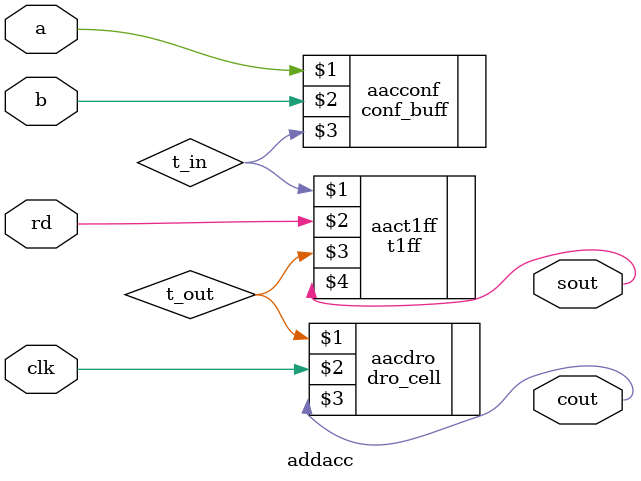
<source format=v>
module addacc (a, b, clk, rd, cout, sout);

input
	a, b, clk, rd;

output
	cout, sout;
wire
	cout, sout;

parameter
	t_hold	= -43,
	t_setup	= 48,
	delay	= 12,
	rd_hold = -14,
	rd_setup = 35,
	rd_delay = 17,
	t_separation = 10;

defparam
	  aacdro.delay = delay,
	  aact1ff.rd1_delay = rd_delay,
	  aacconf.t_separation = t_separation,

	  aact1ff.t_separation = t_separation - 2,

	  aacconf.delay = 20,
	  aact1ff.delay = 20,
	  
	  aact1ff.t_hold  = rd_hold  + 20,
	  aact1ff.t_setup = rd_setup - 20,
	  aacdro.t_hold  = t_hold + 40,
	  aacdro.t_setup = t_setup - 40;

wire
	t_in, t_out;


conf_buff  aacconf(a, b, t_in);
t1ff       aact1ff(t_in, rd, t_out, sout);
dro_cell   aacdro(t_out, clk, cout);


endmodule
	

</source>
